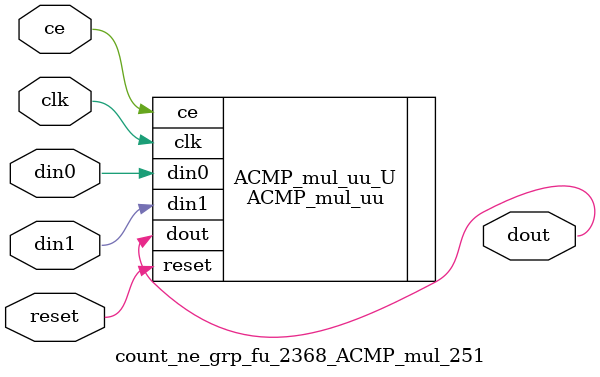
<source format=v>

`timescale 1 ns / 1 ps
module count_ne_grp_fu_2368_ACMP_mul_251(
    clk,
    reset,
    ce,
    din0,
    din1,
    dout);

parameter ID = 32'd1;
parameter NUM_STAGE = 32'd1;
parameter din0_WIDTH = 32'd1;
parameter din1_WIDTH = 32'd1;
parameter dout_WIDTH = 32'd1;
input clk;
input reset;
input ce;
input[din0_WIDTH - 1:0] din0;
input[din1_WIDTH - 1:0] din1;
output[dout_WIDTH - 1:0] dout;



ACMP_mul_uu #(
.ID( ID ),
.NUM_STAGE( 3 ),
.din0_WIDTH( din0_WIDTH ),
.din1_WIDTH( din1_WIDTH ),
.dout_WIDTH( dout_WIDTH ))
ACMP_mul_uu_U(
    .clk( clk ),
    .reset( reset ),
    .ce( ce ),
    .din0( din0 ),
    .din1( din1 ),
    .dout( dout ));

endmodule

</source>
